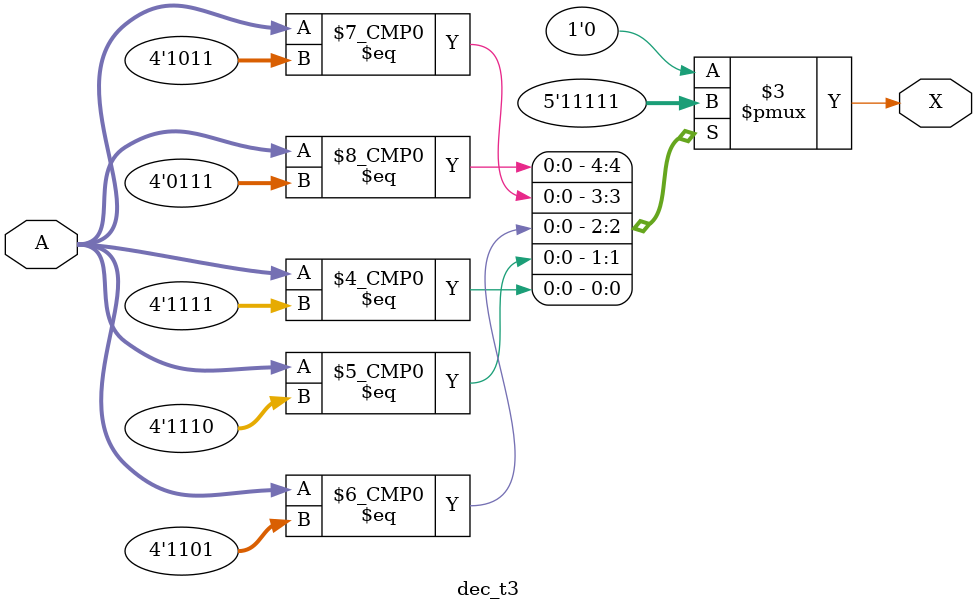
<source format=v>
module dec_t3(A,X);
  
  input [3:0]A;
  output X;
  reg X;
  
  always @(A)
  begin
    case(A)
      4'b0111: X=1;
      4'b1011: X=1;
      4'b1101: X=1;
      4'b1110: X=1;
      4'b1111: X=1;
      default: X=0;
  endcase
end
endmodule



</source>
